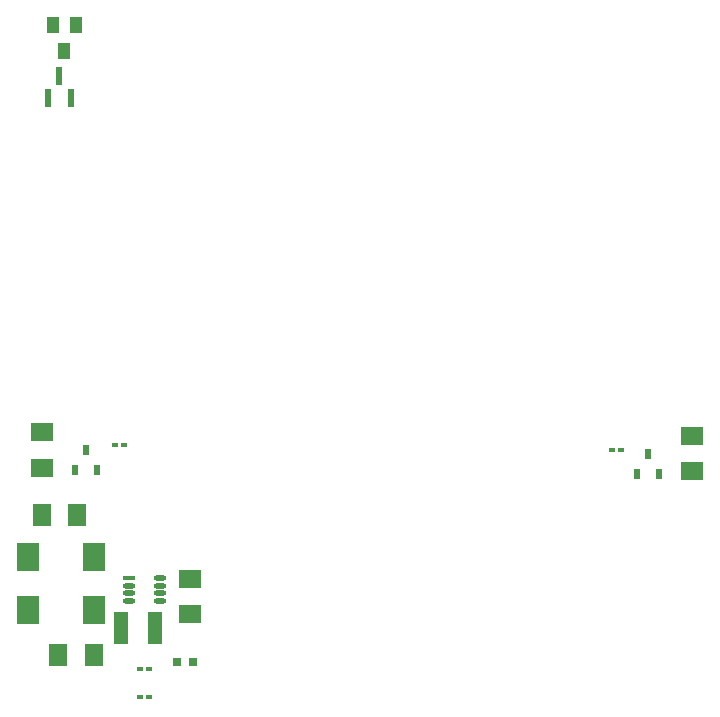
<source format=gtp>
G04 Layer_Color=7318015*
%FSLAX24Y24*%
%MOIN*%
G70*
G01*
G75*
%ADD10R,0.0591X0.0748*%
%ADD11R,0.0295X0.0295*%
%ADD12R,0.0748X0.0591*%
%ADD13R,0.0217X0.0177*%
%ADD14R,0.0740X0.0980*%
%ADD15O,0.0413X0.0177*%
%ADD16R,0.0413X0.0177*%
%ADD17R,0.0236X0.0354*%
%ADD18R,0.0236X0.0354*%
%ADD19R,0.0236X0.0630*%
%ADD20R,0.0394X0.0551*%
%ADD21R,0.0472X0.1102*%
D10*
X14026Y33189D02*
D03*
X15207D02*
D03*
X15748Y28543D02*
D03*
X14567D02*
D03*
D11*
X18524Y28307D02*
D03*
X19075D02*
D03*
D12*
X18967Y29892D02*
D03*
Y31073D02*
D03*
X35679Y35846D02*
D03*
Y34665D02*
D03*
X14045Y35965D02*
D03*
Y34783D02*
D03*
D13*
X17283Y27126D02*
D03*
X17579D02*
D03*
Y28071D02*
D03*
X17283D02*
D03*
X16752Y35522D02*
D03*
X16457D02*
D03*
X33337Y35384D02*
D03*
X33041D02*
D03*
D14*
X13570Y31791D02*
D03*
X15760D02*
D03*
X13570Y30020D02*
D03*
X15760D02*
D03*
D15*
X17953Y30335D02*
D03*
Y30591D02*
D03*
Y30846D02*
D03*
Y31102D02*
D03*
X16929Y30335D02*
D03*
Y30591D02*
D03*
Y30846D02*
D03*
D16*
Y31102D02*
D03*
D17*
X34232Y35226D02*
D03*
X15492Y35354D02*
D03*
D18*
X34606Y34557D02*
D03*
X33858D02*
D03*
X15866Y34685D02*
D03*
X15118D02*
D03*
D19*
X14232Y47116D02*
D03*
X14980D02*
D03*
X14606Y47825D02*
D03*
D20*
X14774Y48671D02*
D03*
X14400Y49537D02*
D03*
X15148D02*
D03*
D21*
X16654Y29429D02*
D03*
X17795D02*
D03*
M02*

</source>
